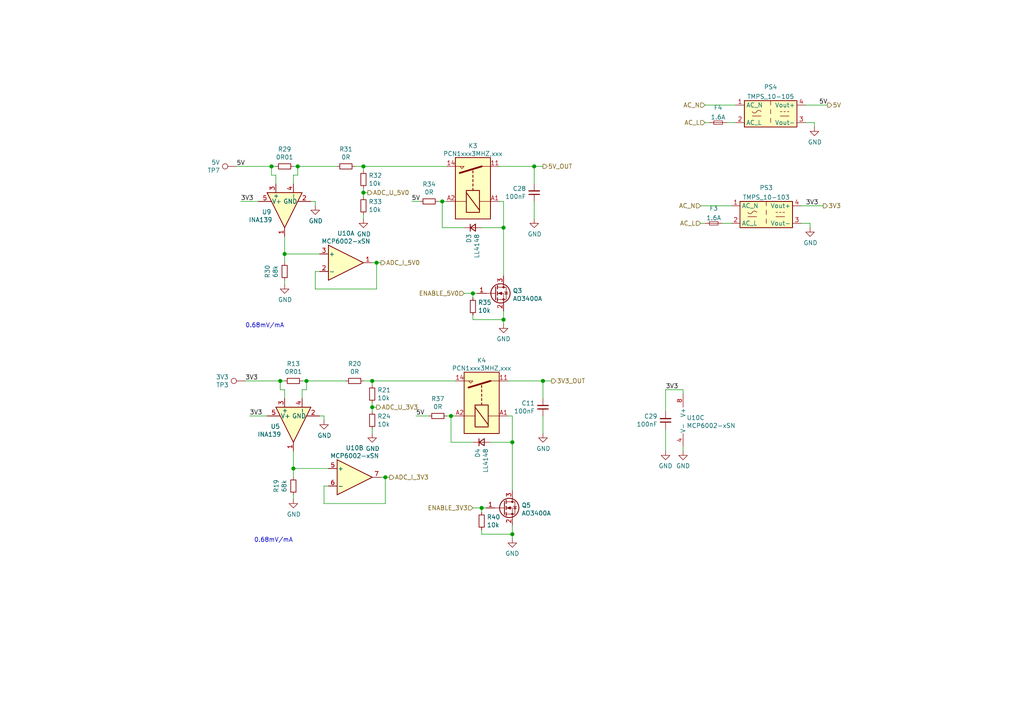
<source format=kicad_sch>
(kicad_sch (version 20211123) (generator eeschema)
  (paper "A4")
  (lib_symbols
    (symbol "Amplifier_Current:INA138" (pin_names (offset 0.127))
      (property "Reference" "U" (at 3.81 5.08 0))
      (property "Value" "INA138" (at 3.81 2.54 0))
      (symbol "INA138_0_1"
        (polyline (pts (xy -5.08 5.08) (xy 5.08 0) (xy -5.08 -5.08) (xy -5.08 5.08)) (stroke (width 0.254)) (fill (type background)))
      )
      (symbol "INA138_1_1"
        (pin output line (at 7.62 0 180) (length 2.54) (name "~") (number "1"))
        (pin power_in line (at -2.54 -7.62 90) (length 3.81) (name "GND") (number "2"))
        (pin input line (at -7.62 2.54 0) (length 2.54) (name "+") (number "3"))
        (pin input line (at -7.62 -2.54 0) (length 2.54) (name "-") (number "4"))
        (pin power_in line (at -2.54 7.62 270) (length 3.81) (name "V+") (number "5"))
      )
    )
    (symbol "Amplifier_Operational:MCP6002-xSN" (pin_names (offset 0.127))
      (property "Reference" "U" (at 0 5.08 0))
      (property "Value" "MCP6002-xSN" (at 0 -5.08 0))
      (symbol "MCP6002-xSN_1_1"
        (polyline (pts (xy -5.08 5.08) (xy 5.08 0) (xy -5.08 -5.08) (xy -5.08 5.08)) (stroke (width 0.254)) (fill (type background)))
        (pin output line (at 7.62 0 180) (length 2.54) (name "~") (number "1"))
        (pin input line (at -7.62 -2.54 0) (length 2.54) (name "-") (number "2"))
        (pin input line (at -7.62 2.54 0) (length 2.54) (name "+") (number "3"))
      )
      (symbol "MCP6002-xSN_2_1"
        (polyline (pts (xy -5.08 5.08) (xy 5.08 0) (xy -5.08 -5.08) (xy -5.08 5.08)) (stroke (width 0.254)) (fill (type background)))
        (pin input line (at -7.62 2.54 0) (length 2.54) (name "+") (number "5"))
        (pin input line (at -7.62 -2.54 0) (length 2.54) (name "-") (number "6"))
        (pin output line (at 7.62 0 180) (length 2.54) (name "~") (number "7"))
      )
      (symbol "MCP6002-xSN_3_1"
        (pin power_in line (at -2.54 -7.62 90) (length 3.81) (name "V-") (number "4"))
        (pin power_in line (at -2.54 7.62 270) (length 3.81) (name "V+") (number "8"))
      )
    )
    (symbol "Connector:TestPoint" (pin_numbers hide) (pin_names (offset 0.762) hide)
      (property "Reference" "TP" (at 0 6.858 0))
      (property "Value" "TestPoint" (at 0 5.08 0))
      (symbol "TestPoint_0_1"
        (circle (center 0 3.302) (radius 0.762))
      )
      (symbol "TestPoint_1_1"
        (pin passive line (at 0 0 90) (length 2.54) (name "1") (number "1"))
      )
    )
    (symbol "Device:C_Small" (pin_numbers hide) (pin_names (offset 0.254) hide)
      (property "Reference" "C" (at 0.254 1.778 0))
      (property "Value" "C_Small" (at 0.254 -2.032 0))
      (symbol "C_Small_0_1"
        (polyline (pts (xy -1.524 -0.508) (xy 1.524 -0.508)) (stroke (width 0.3302)))
        (polyline (pts (xy -1.524 0.508) (xy 1.524 0.508)) (stroke (width 0.3048)))
      )
      (symbol "C_Small_1_1"
        (pin passive line (at 0 2.54 270) (length 2.032) (name "~") (number "1"))
        (pin passive line (at 0 -2.54 90) (length 2.032) (name "~") (number "2"))
      )
    )
    (symbol "Device:D_Small" (pin_numbers hide) (pin_names (offset 0.254) hide)
      (property "Reference" "D" (at -1.27 2.032 0))
      (property "Value" "D_Small" (at -3.81 -2.032 0))
      (symbol "D_Small_0_1"
        (polyline (pts (xy -0.762 -1.016) (xy -0.762 1.016)) (stroke (width 0.254)))
        (polyline (pts (xy -0.762 0) (xy 0.762 0)))
        (polyline (pts (xy 0.762 -1.016) (xy -0.762 0) (xy 0.762 1.016) (xy 0.762 -1.016)) (stroke (width 0.254)))
      )
      (symbol "D_Small_1_1"
        (pin passive line (at -2.54 0 0) (length 1.778) (name "K") (number "1"))
        (pin passive line (at 2.54 0 180) (length 1.778) (name "A") (number "2"))
      )
    )
    (symbol "Device:Fuse_Small" (pin_numbers hide) (pin_names (offset 0.254) hide)
      (property "Reference" "F" (at 0 -1.524 0))
      (property "Value" "Fuse_Small" (at 0 1.524 0))
      (symbol "Fuse_Small_0_1"
        (rectangle (start -1.27 0.508) (end 1.27 -0.508))
        (polyline (pts (xy -1.27 0) (xy 1.27 0)))
      )
      (symbol "Fuse_Small_1_1"
        (pin passive line (at -2.54 0 0) (length 1.27) (name "~") (number "1"))
        (pin passive line (at 2.54 0 180) (length 1.27) (name "~") (number "2"))
      )
    )
    (symbol "Device:Q_NMOS_GSD" (pin_names (offset 0) hide)
      (property "Reference" "Q" (at 5.08 1.27 0))
      (property "Value" "Q_NMOS_GSD" (at 5.08 -1.27 0))
      (symbol "Q_NMOS_GSD_0_1"
        (polyline (pts (xy 0.254 0) (xy -2.54 0)))
        (polyline (pts (xy 0.254 1.905) (xy 0.254 -1.905)) (stroke (width 0.254)))
        (polyline (pts (xy 0.762 -1.27) (xy 0.762 -2.286)) (stroke (width 0.254)))
        (polyline (pts (xy 0.762 0.508) (xy 0.762 -0.508)) (stroke (width 0.254)))
        (polyline (pts (xy 0.762 2.286) (xy 0.762 1.27)) (stroke (width 0.254)))
        (polyline (pts (xy 2.54 2.54) (xy 2.54 1.778)))
        (polyline (pts (xy 2.54 -2.54) (xy 2.54 0) (xy 0.762 0)))
        (polyline (pts (xy 0.762 -1.778) (xy 3.302 -1.778) (xy 3.302 1.778) (xy 0.762 1.778)))
        (polyline (pts (xy 1.016 0) (xy 2.032 0.381) (xy 2.032 -0.381) (xy 1.016 0)) (fill (type outline)))
        (polyline (pts (xy 2.794 0.508) (xy 2.921 0.381) (xy 3.683 0.381) (xy 3.81 0.254)))
        (polyline (pts (xy 3.302 0.381) (xy 2.921 -0.254) (xy 3.683 -0.254) (xy 3.302 0.381)))
        (circle (center 1.651 0) (radius 2.794) (stroke (width 0.254)))
        (circle (center 2.54 -1.778) (radius 0.254) (fill (type outline)))
        (circle (center 2.54 1.778) (radius 0.254) (fill (type outline)))
      )
      (symbol "Q_NMOS_GSD_1_1"
        (pin input line (at -5.08 0 0) (length 2.54) (name "G") (number "1"))
        (pin passive line (at 2.54 -5.08 90) (length 2.54) (name "S") (number "2"))
        (pin passive line (at 2.54 5.08 270) (length 2.54) (name "D") (number "3"))
      )
    )
    (symbol "Device:R_Small" (pin_numbers hide) (pin_names (offset 0.254) hide)
      (property "Reference" "R" (at 0.762 0.508 0))
      (property "Value" "R_Small" (at 0.762 -1.016 0))
      (symbol "R_Small_0_1"
        (rectangle (start -0.762 1.778) (end 0.762 -1.778) (stroke (width 0.2032)))
      )
      (symbol "R_Small_1_1"
        (pin passive line (at 0 2.54 270) (length 0.762) (name "~") (number "1"))
        (pin passive line (at 0 -2.54 90) (length 0.762) (name "~") (number "2"))
      )
    )
    (symbol "power:GND" (power) (pin_names (offset 0))
      (property "Value" "GND" (at 0 -3.81 0))
      (symbol "GND_0_1"
        (polyline (pts (xy 0 0) (xy 0 -1.27) (xy 1.27 -1.27) (xy 0 -2.54) (xy -1.27 -1.27) (xy 0 -1.27)))
      )
      (symbol "GND_1_1"
        (pin power_in line (at 0 0 270) (length 0) hide (name "GND") (number "1"))
      )
    )
    (symbol "twam-Misc:PCN1xxx3MHZ,xxx"
      (property "Reference" "K" (at 8.89 3.81 0))
      (property "Value" "PCN1xxx3MHZ,xxx" (at 8.89 1.27 0))
      (symbol "PCN1xxx3MHZ,xxx_0_0"
        (polyline (pts (xy 5.08 5.08) (xy 5.08 2.54) (xy 4.445 3.175) (xy 5.08 3.81)))
      )
      (symbol "PCN1xxx3MHZ,xxx_0_1"
        (rectangle (start -10.16 5.08) (end 7.62 -5.08) (stroke (width 0.254)) (fill (type background)))
        (rectangle (start -8.255 1.905) (end -1.905 -1.905) (stroke (width 0.254)))
        (polyline (pts (xy -7.62 -1.905) (xy -2.54 1.905)) (stroke (width 0.254)))
        (polyline (pts (xy -5.08 -5.08) (xy -5.08 -1.905)))
        (polyline (pts (xy -5.08 5.08) (xy -5.08 1.905)))
        (polyline (pts (xy -1.905 0) (xy -1.27 0)) (stroke (width 0.254)))
        (polyline (pts (xy -0.635 0) (xy 0 0)) (stroke (width 0.254)))
        (polyline (pts (xy 0.635 0) (xy 1.27 0)) (stroke (width 0.254)))
        (polyline (pts (xy 1.905 0) (xy 2.54 0)) (stroke (width 0.254)))
        (polyline (pts (xy 3.175 0) (xy 3.81 0)) (stroke (width 0.254)))
        (polyline (pts (xy 5.08 -2.54) (xy 3.175 3.81)) (stroke (width 0.508)))
        (polyline (pts (xy 5.08 -2.54) (xy 5.08 -5.08)))
      )
      (symbol "PCN1xxx3MHZ,xxx_1_1"
        (pin passive line (at 5.08 -7.62 90) (length 2.54) (name "~") (number "11"))
        (pin passive line (at 5.08 7.62 270) (length 2.54) (name "~") (number "14"))
        (pin passive line (at -5.08 -7.62 90) (length 2.54) (name "~") (number "A1"))
        (pin passive line (at -5.08 7.62 270) (length 2.54) (name "~") (number "A2"))
      )
    )
    (symbol "twam-Misc:TMPS_10-xxx"
      (property "Reference" "PS" (at 0 5.08 0))
      (property "Value" "TMPS_10-xxx" (at 0 -5.08 0))
      (symbol "TMPS_10-xxx_0_1"
        (rectangle (start -7.62 3.81) (end 7.62 -3.81) (stroke (width 0.254)) (fill (type background)))
        (arc (start -5.334 0.635) (mid -4.699 0.2495) (end -4.064 0.635))
        (arc (start -2.794 0.635) (mid -3.429 1.0072) (end -4.064 0.635))
        (polyline (pts (xy -5.334 -0.635) (xy -2.794 -0.635)))
        (polyline (pts (xy 2.794 -0.635) (xy 5.334 -0.635)))
        (polyline (pts (xy 2.794 0.635) (xy 3.302 0.635)))
        (polyline (pts (xy 3.81 0.635) (xy 4.318 0.635)))
        (polyline (pts (xy 4.826 0.635) (xy 5.334 0.635)))
      )
      (symbol "TMPS_10-xxx_1_1"
        (polyline (pts (xy 0 -1.27) (xy 0 -2.54)))
        (polyline (pts (xy 0 1.27) (xy 0 0)))
        (polyline (pts (xy 0 3.81) (xy 0 2.54)))
        (pin power_in line (at -10.16 2.54 0) (length 2.54) (name "AC_N") (number "1"))
        (pin power_in line (at -10.16 -2.54 0) (length 2.54) (name "AC_L") (number "2"))
        (pin power_out line (at 10.16 -2.54 180) (length 2.54) (name "Vout-") (number "3"))
        (pin power_out line (at 10.16 2.54 180) (length 2.54) (name "Vout+") (number "4"))
      )
    )
  )
  (junction (at 81.28 110.49) (diameter 1.016))
  (junction (at 128.27 58.42) (diameter 1.016))
  (junction (at 148.59 154.94) (diameter 1.016))
  (junction (at 154.94 48.26) (diameter 1.016))
  (junction (at 146.05 66.04) (diameter 1.016))
  (junction (at 157.48 110.49) (diameter 1.016))
  (junction (at 107.95 118.11) (diameter 1.016))
  (junction (at 85.09 135.89) (diameter 1.016))
  (junction (at 146.05 92.71) (diameter 1.016))
  (junction (at 105.41 48.26) (diameter 1.016))
  (junction (at 82.55 73.66) (diameter 1.016))
  (junction (at 148.59 128.27) (diameter 1.016))
  (junction (at 105.41 55.88) (diameter 1.016))
  (junction (at 88.9 110.49) (diameter 1.016))
  (junction (at 78.74 48.26) (diameter 1.016))
  (junction (at 111.76 138.43) (diameter 1.016))
  (junction (at 130.81 120.65) (diameter 1.016))
  (junction (at 137.16 85.09) (diameter 1.016))
  (junction (at 107.95 110.49) (diameter 1.016))
  (junction (at 86.36 48.26) (diameter 1.016))
  (junction (at 109.22 76.2) (diameter 1.016))
  (junction (at 139.7 147.32) (diameter 1.016))
  (wire (pts (xy 148.59 128.27) (xy 148.59 142.24)))
  (wire (pts (xy 72.39 120.65) (xy 77.47 120.65)))
  (wire (pts (xy 87.63 110.49) (xy 88.9 110.49)))
  (wire (pts (xy 111.76 138.43) (xy 110.49 138.43)))
  (wire (pts (xy 137.16 147.32) (xy 139.7 147.32)))
  (wire (pts (xy 107.95 118.11) (xy 109.22 118.11)))
  (wire (pts (xy 139.7 153.67) (xy 139.7 154.94)))
  (wire (pts (xy 146.05 66.04) (xy 139.7 66.04)))
  (wire (pts (xy 157.48 120.65) (xy 157.48 125.73)))
  (wire (pts (xy 105.41 55.88) (xy 106.68 55.88)))
  (wire (pts (xy 93.98 121.92) (xy 93.98 120.65)))
  (wire (pts (xy 129.54 120.65) (xy 130.81 120.65)))
  (wire (pts (xy 88.9 110.49) (xy 88.9 113.03)))
  (wire (pts (xy 209.55 64.77) (xy 212.09 64.77)))
  (wire (pts (xy 85.09 50.8) (xy 86.36 50.8)))
  (wire (pts (xy 85.09 53.34) (xy 85.09 50.8)))
  (wire (pts (xy 82.55 81.28) (xy 82.55 82.55)))
  (wire (pts (xy 85.09 130.81) (xy 85.09 135.89)))
  (wire (pts (xy 105.41 48.26) (xy 105.41 49.53)))
  (wire (pts (xy 85.09 135.89) (xy 95.25 135.89)))
  (wire (pts (xy 107.95 118.11) (xy 107.95 119.38)))
  (wire (pts (xy 107.95 124.46) (xy 107.95 125.73)))
  (wire (pts (xy 105.41 54.61) (xy 105.41 55.88)))
  (wire (pts (xy 232.41 64.77) (xy 234.95 64.77)))
  (wire (pts (xy 130.81 120.65) (xy 130.81 128.27)))
  (wire (pts (xy 203.2 59.69) (xy 212.09 59.69)))
  (wire (pts (xy 105.41 55.88) (xy 105.41 57.15)))
  (wire (pts (xy 105.41 48.26) (xy 129.54 48.26)))
  (wire (pts (xy 154.94 48.26) (xy 157.48 48.26)))
  (wire (pts (xy 107.95 110.49) (xy 132.08 110.49)))
  (wire (pts (xy 154.94 48.26) (xy 154.94 53.34)))
  (wire (pts (xy 204.47 35.56) (xy 205.74 35.56)))
  (wire (pts (xy 107.95 116.84) (xy 107.95 118.11)))
  (wire (pts (xy 78.74 48.26) (xy 78.74 50.8)))
  (wire (pts (xy 78.74 50.8) (xy 80.01 50.8)))
  (wire (pts (xy 80.01 50.8) (xy 80.01 53.34)))
  (wire (pts (xy 105.41 62.23) (xy 105.41 63.5)))
  (wire (pts (xy 137.16 85.09) (xy 138.43 85.09)))
  (wire (pts (xy 146.05 92.71) (xy 146.05 93.98)))
  (wire (pts (xy 81.28 113.03) (xy 82.55 113.03)))
  (wire (pts (xy 139.7 147.32) (xy 140.97 147.32)))
  (wire (pts (xy 127 58.42) (xy 128.27 58.42)))
  (wire (pts (xy 85.09 143.51) (xy 85.09 144.78)))
  (wire (pts (xy 233.68 30.48) (xy 240.03 30.48)))
  (wire (pts (xy 130.81 128.27) (xy 137.16 128.27)))
  (wire (pts (xy 82.55 113.03) (xy 82.55 115.57)))
  (wire (pts (xy 111.76 146.05) (xy 111.76 138.43)))
  (wire (pts (xy 120.65 120.65) (xy 124.46 120.65)))
  (wire (pts (xy 92.71 78.74) (xy 91.44 78.74)))
  (wire (pts (xy 82.55 73.66) (xy 92.71 73.66)))
  (wire (pts (xy 137.16 91.44) (xy 137.16 92.71)))
  (wire (pts (xy 107.95 110.49) (xy 107.95 111.76)))
  (wire (pts (xy 93.98 146.05) (xy 111.76 146.05)))
  (wire (pts (xy 86.36 48.26) (xy 86.36 50.8)))
  (wire (pts (xy 233.68 35.56) (xy 236.22 35.56)))
  (wire (pts (xy 157.48 110.49) (xy 157.48 115.57)))
  (wire (pts (xy 146.05 90.17) (xy 146.05 92.71)))
  (wire (pts (xy 82.55 68.58) (xy 82.55 73.66)))
  (wire (pts (xy 82.55 73.66) (xy 82.55 76.2)))
  (wire (pts (xy 105.41 110.49) (xy 107.95 110.49)))
  (wire (pts (xy 129.54 58.42) (xy 128.27 58.42)))
  (wire (pts (xy 95.25 140.97) (xy 93.98 140.97)))
  (wire (pts (xy 232.41 59.69) (xy 238.76 59.69)))
  (wire (pts (xy 102.87 48.26) (xy 105.41 48.26)))
  (wire (pts (xy 137.16 86.36) (xy 137.16 85.09)))
  (wire (pts (xy 148.59 152.4) (xy 148.59 154.94)))
  (wire (pts (xy 157.48 110.49) (xy 160.02 110.49)))
  (wire (pts (xy 87.63 115.57) (xy 87.63 113.03)))
  (wire (pts (xy 90.17 58.42) (xy 91.44 58.42)))
  (wire (pts (xy 91.44 59.69) (xy 91.44 58.42)))
  (wire (pts (xy 193.04 124.46) (xy 193.04 130.81)))
  (wire (pts (xy 198.12 129.54) (xy 198.12 130.81)))
  (wire (pts (xy 128.27 58.42) (xy 128.27 66.04)))
  (wire (pts (xy 88.9 110.49) (xy 100.33 110.49)))
  (wire (pts (xy 213.36 30.48) (xy 204.47 30.48)))
  (wire (pts (xy 139.7 148.59) (xy 139.7 147.32)))
  (wire (pts (xy 193.04 119.38) (xy 193.04 113.03)))
  (wire (pts (xy 134.62 85.09) (xy 137.16 85.09)))
  (wire (pts (xy 92.71 120.65) (xy 93.98 120.65)))
  (wire (pts (xy 193.04 113.03) (xy 198.12 113.03)))
  (wire (pts (xy 210.82 35.56) (xy 213.36 35.56)))
  (wire (pts (xy 91.44 78.74) (xy 91.44 83.82)))
  (wire (pts (xy 91.44 83.82) (xy 109.22 83.82)))
  (wire (pts (xy 109.22 83.82) (xy 109.22 76.2)))
  (wire (pts (xy 68.58 48.26) (xy 78.74 48.26)))
  (wire (pts (xy 78.74 48.26) (xy 80.01 48.26)))
  (wire (pts (xy 148.59 154.94) (xy 148.59 156.21)))
  (wire (pts (xy 148.59 128.27) (xy 142.24 128.27)))
  (wire (pts (xy 81.28 110.49) (xy 81.28 113.03)))
  (wire (pts (xy 111.76 138.43) (xy 113.03 138.43)))
  (wire (pts (xy 87.63 113.03) (xy 88.9 113.03)))
  (wire (pts (xy 144.78 48.26) (xy 154.94 48.26)))
  (wire (pts (xy 119.38 58.42) (xy 121.92 58.42)))
  (wire (pts (xy 85.09 135.89) (xy 85.09 138.43)))
  (wire (pts (xy 146.05 58.42) (xy 146.05 66.04)))
  (wire (pts (xy 139.7 154.94) (xy 148.59 154.94)))
  (wire (pts (xy 147.32 110.49) (xy 157.48 110.49)))
  (wire (pts (xy 128.27 66.04) (xy 134.62 66.04)))
  (wire (pts (xy 81.28 110.49) (xy 82.55 110.49)))
  (wire (pts (xy 144.78 58.42) (xy 146.05 58.42)))
  (wire (pts (xy 71.12 110.49) (xy 81.28 110.49)))
  (wire (pts (xy 234.95 64.77) (xy 234.95 66.04)))
  (wire (pts (xy 137.16 92.71) (xy 146.05 92.71)))
  (wire (pts (xy 109.22 76.2) (xy 110.49 76.2)))
  (wire (pts (xy 236.22 35.56) (xy 236.22 36.83)))
  (wire (pts (xy 93.98 140.97) (xy 93.98 146.05)))
  (wire (pts (xy 154.94 58.42) (xy 154.94 63.5)))
  (wire (pts (xy 198.12 113.03) (xy 198.12 114.3)))
  (wire (pts (xy 132.08 120.65) (xy 130.81 120.65)))
  (wire (pts (xy 85.09 48.26) (xy 86.36 48.26)))
  (wire (pts (xy 86.36 48.26) (xy 97.79 48.26)))
  (wire (pts (xy 69.85 58.42) (xy 74.93 58.42)))
  (wire (pts (xy 148.59 120.65) (xy 148.59 128.27)))
  (wire (pts (xy 146.05 66.04) (xy 146.05 80.01)))
  (wire (pts (xy 203.2 64.77) (xy 204.47 64.77)))
  (wire (pts (xy 147.32 120.65) (xy 148.59 120.65)))
  (wire (pts (xy 109.22 76.2) (xy 107.95 76.2)))
  (text "0.68mV/mA" (at 71.12 95.25 0) (effects (font (size 1.27 1.27)) (justify left bottom)))
  (text "0.68mV/mA" (at 73.66 157.48 0) (effects (font (size 1.27 1.27)) (justify left bottom)))
  (label "5V" (at 120.65 120.65 0))
  (label "5V" (at 119.38 58.42 0))
  (label "5V" (at 240.03 30.48 180))
  (label "5V" (at 68.58 48.26 0))
  (label "3V3" (at 71.12 110.49 0))
  (label "3V3" (at 72.39 120.65 0))
  (label "3V3" (at 193.04 113.03 0))
  (label "3V3" (at 233.68 59.69 0))
  (label "3V3" (at 69.85 58.42 0))
  (hierarchical_label "AC_N" (shape input) (at 203.2 59.69 180))
  (hierarchical_label "5V_OUT" (shape output) (at 157.48 48.26 0))
  (hierarchical_label "AC_N" (shape input) (at 204.47 30.48 180))
  (hierarchical_label "ENABLE_3V3" (shape input) (at 137.16 147.32 180))
  (hierarchical_label "ADC_U_3V3" (shape output) (at 109.22 118.11 0))
  (hierarchical_label "5V" (shape output) (at 240.03 30.48 0))
  (hierarchical_label "3V3" (shape output) (at 238.76 59.69 0))
  (hierarchical_label "ADC_U_5V0" (shape output) (at 106.68 55.88 0))
  (hierarchical_label "ADC_I_3V3" (shape output) (at 113.03 138.43 0))
  (hierarchical_label "ENABLE_5V0" (shape input) (at 134.62 85.09 180))
  (hierarchical_label "AC_L" (shape input) (at 203.2 64.77 180))
  (hierarchical_label "ADC_I_5V0" (shape output) (at 110.49 76.2 0))
  (hierarchical_label "3V3_OUT" (shape output) (at 160.02 110.49 0))
  (hierarchical_label "AC_L" (shape input) (at 204.47 35.56 180))
  (symbol (lib_id "power:GND") (at 93.98 121.92 0) (unit 1)
    (property "Reference" "#PWR0149" (effects hide))
    (property "Value" "GND" (at 94.107 126.3142 0))
  )
  (symbol (lib_id "power:GND") (at 85.09 144.78 0) (unit 1)
    (property "Reference" "#PWR0164" (effects hide))
    (property "Value" "GND" (at 85.217 149.1742 0))
  )
  (symbol (lib_id "power:GND") (at 107.95 125.73 0) (unit 1)
    (property "Reference" "#PWR0150" (effects hide))
    (property "Value" "GND" (at 108.077 130.1242 0))
  )
  (symbol (lib_id "Amplifier_Current:INA138") (at 82.55 60.96 90) (mirror x) (unit 1)
    (property "Reference" "U9" (at 75.9461 61.4691 90) (effects (justify right)))
    (property "Value" "INA139" (at 72.1361 63.7678 90) (effects (justify right)))
    (property "Footprint" "Package_TO_SOT_SMD:SOT-23-5" (effects hide))
    (property "Datasheet" "http://www.ti.com/lit/ds/symlink/ina138.pdf" (effects hide))
    (property "LCSC" "C129947" (effects hide))
  )
  (symbol (lib_id "Device:R_Small") (at 82.55 48.26 270) (unit 1)
    (property "Reference" "R29" (at 82.55 43.2816 90))
    (property "Value" "0R01" (at 82.55 45.593 90))
    (property "Footprint" "Resistor_SMD:R_1206_3216Metric" (effects hide))
    (property "LCSC" "C308574" (effects hide))
  )
  (symbol (lib_id "Device:R_Small") (at 82.55 78.74 0) (unit 1)
    (property "Reference" "R30" (at 77.5716 78.74 90))
    (property "Value" "68k" (at 79.883 78.74 90))
    (property "Footprint" "Resistor_SMD:R_0603_1608Metric" (effects hide))
    (property "LCSC" "C23231" (effects hide))
  )
  (symbol (lib_id "twam-Misc:TMPS_10-xxx") (at 222.25 62.23 0) (unit 1)
    (property "Reference" "PS3" (at 222.25 54.4535 0))
    (property "Value" "TMPS_10-103" (at 222.25 57.2286 0))
    (property "Footprint" "twam-Misc:Converter_ACDC_TRACO_TMPS_10-xxx" (effects hide))
  )
  (symbol (lib_id "Amplifier_Operational:MCP6002-xSN") (at 102.87 138.43 0) (unit 2)
    (property "Reference" "U10" (at 102.87 129.9168 0))
    (property "Value" "MCP6002-xSN" (at 102.87 132.2155 0))
    (property "Footprint" "Package_SO:SOIC-8_3.9x4.9mm_P1.27mm" (effects hide))
    (property "Datasheet" "http://ww1.microchip.com/downloads/en/DeviceDoc/21733j.pdf" (effects hide))
  )
  (symbol (lib_id "Device:D_Small") (at 137.16 66.04 0) (mirror x) (unit 1)
    (property "Reference" "D3" (at 135.9916 67.818 90) (effects (justify left)))
    (property "Value" "LL4148" (at 138.303 67.818 90) (effects (justify left)))
    (property "Footprint" "Diode_SMD:D_MiniMELF" (effects hide))
    (property "LCSC" "C9808" (effects hide))
  )
  (symbol (lib_id "Device:R_Small") (at 107.95 114.3 0) (unit 1)
    (property "Reference" "R21" (at 109.4486 113.1316 0) (effects (justify left)))
    (property "Value" "10k" (at 109.4486 115.443 0) (effects (justify left)))
    (property "Footprint" "Resistor_SMD:R_0603_1608Metric" (effects hide))
    (property "LCSC" "C25804" (effects hide))
  )
  (symbol (lib_id "Device:R_Small") (at 107.95 121.92 0) (unit 1)
    (property "Reference" "R24" (at 109.4486 120.7516 0) (effects (justify left)))
    (property "Value" "10k" (at 109.4486 123.063 0) (effects (justify left)))
    (property "Footprint" "Resistor_SMD:R_0603_1608Metric" (effects hide))
    (property "LCSC" "C25804" (effects hide))
  )
  (symbol (lib_id "power:GND") (at 105.41 63.5 0) (unit 1)
    (property "Reference" "#PWR0156" (effects hide))
    (property "Value" "GND" (at 105.537 67.8942 0))
  )
  (symbol (lib_id "Device:Q_NMOS_GSD") (at 146.05 147.32 0) (unit 1)
    (property "Reference" "Q5" (at 151.2571 146.5591 0) (effects (justify left)))
    (property "Value" "AO3400A" (at 151.2571 148.8578 0) (effects (justify left)))
    (property "Footprint" "Package_TO_SOT_SMD:TSOT-23" (effects hide))
    (property "LCSC" "C20917" (effects hide))
  )
  (symbol (lib_id "Device:Fuse_Small") (at 208.28 35.56 0) (unit 1)
    (property "Reference" "F4" (at 208.28 31.2125 0))
    (property "Value" "1.6A" (at 208.28 33.9876 0))
    (property "Footprint" "Fuse:Fuseholder_Cylinder-5x20mm_Schurter_0031_8201_Horizontal_Open" (effects hide))
  )
  (symbol (lib_id "Device:C_Small") (at 157.48 118.11 0) (mirror x) (unit 1)
    (property "Reference" "C11" (at 155.1432 116.9416 0) (effects (justify right)))
    (property "Value" "100nF" (at 155.1432 119.253 0) (effects (justify right)))
    (property "Footprint" "Capacitor_SMD:C_0603_1608Metric" (effects hide))
    (property "LCSC" "C14663" (effects hide))
  )
  (symbol (lib_id "Device:R_Small") (at 85.09 110.49 270) (unit 1)
    (property "Reference" "R13" (at 85.09 105.5116 90))
    (property "Value" "0R01" (at 85.09 107.823 90))
    (property "Footprint" "Resistor_SMD:R_1206_3216Metric" (effects hide))
    (property "LCSC" "C308574" (effects hide))
  )
  (symbol (lib_id "Device:R_Small") (at 124.46 58.42 270) (unit 1)
    (property "Reference" "R34" (at 124.46 53.4416 90))
    (property "Value" "0R" (at 124.46 55.753 90))
    (property "Footprint" "Resistor_SMD:R_0805_2012Metric" (effects hide))
    (property "LCSC" "C17477" (effects hide))
  )
  (symbol (lib_id "power:GND") (at 198.12 130.81 0) (unit 1)
    (property "Reference" "#PWR0162" (effects hide))
    (property "Value" "GND" (at 198.12 135.1344 0))
  )
  (symbol (lib_id "Device:R_Small") (at 137.16 88.9 0) (unit 1)
    (property "Reference" "R35" (at 138.6586 87.7316 0) (effects (justify left)))
    (property "Value" "10k" (at 138.6586 90.043 0) (effects (justify left)))
    (property "Footprint" "Resistor_SMD:R_0603_1608Metric" (effects hide))
    (property "LCSC" "C25804" (effects hide))
  )
  (symbol (lib_id "Device:R_Small") (at 105.41 52.07 0) (unit 1)
    (property "Reference" "R32" (at 106.9086 50.9016 0) (effects (justify left)))
    (property "Value" "10k" (at 106.9086 53.213 0) (effects (justify left)))
    (property "Footprint" "Resistor_SMD:R_0603_1608Metric" (effects hide))
    (property "LCSC" "C25804" (effects hide))
  )
  (symbol (lib_id "power:GND") (at 146.05 93.98 0) (unit 1)
    (property "Reference" "#PWR0163" (effects hide))
    (property "Value" "GND" (at 146.05 98.3044 0))
  )
  (symbol (lib_id "Device:R_Small") (at 102.87 110.49 270) (unit 1)
    (property "Reference" "R20" (at 102.87 105.5116 90))
    (property "Value" "0R" (at 102.87 107.823 90))
    (property "Footprint" "Resistor_SMD:R_0805_2012Metric" (effects hide))
    (property "LCSC" "C17477" (effects hide))
  )
  (symbol (lib_id "power:GND") (at 154.94 63.5 0) (unit 1)
    (property "Reference" "#PWR0153" (effects hide))
    (property "Value" "GND" (at 155.067 67.8942 0))
  )
  (symbol (lib_id "Device:R_Small") (at 139.7 151.13 0) (unit 1)
    (property "Reference" "R40" (at 141.1986 149.9616 0) (effects (justify left)))
    (property "Value" "10k" (at 141.1986 152.273 0) (effects (justify left)))
    (property "Footprint" "Resistor_SMD:R_0603_1608Metric" (effects hide))
    (property "LCSC" "C25804" (effects hide))
  )
  (symbol (lib_id "Device:Q_NMOS_GSD") (at 143.51 85.09 0) (unit 1)
    (property "Reference" "Q3" (at 148.7171 84.3291 0) (effects (justify left)))
    (property "Value" "AO3400A" (at 148.7171 86.6278 0) (effects (justify left)))
    (property "Footprint" "Package_TO_SOT_SMD:TSOT-23" (effects hide))
    (property "LCSC" "C20917" (effects hide))
  )
  (symbol (lib_id "Device:R_Small") (at 85.09 140.97 0) (unit 1)
    (property "Reference" "R19" (at 80.1116 140.97 90))
    (property "Value" "68k" (at 82.423 140.97 90))
    (property "Footprint" "Resistor_SMD:R_0603_1608Metric" (effects hide))
    (property "LCSC" "C23231" (effects hide))
  )
  (symbol (lib_id "power:GND") (at 91.44 59.69 0) (unit 1)
    (property "Reference" "#PWR0159" (effects hide))
    (property "Value" "GND" (at 91.567 64.0842 0))
  )
  (symbol (lib_id "twam-Misc:PCN1xxx3MHZ,xxx") (at 137.16 53.34 90) (unit 1)
    (property "Reference" "K3" (at 137.16 42.2868 90))
    (property "Value" "PCN1xxx3MHZ,xxx" (at 137.16 44.5855 90))
    (property "Footprint" "twam-Misc:PCN1xxx3MHZ,xxx" (effects hide))
  )
  (symbol (lib_id "twam-Misc:TMPS_10-xxx") (at 223.52 33.02 0) (unit 1)
    (property "Reference" "PS4" (at 223.52 25.2435 0))
    (property "Value" "TMPS_10-105" (at 223.52 28.0186 0))
    (property "Footprint" "twam-Misc:Converter_ACDC_TRACO_TMPS_10-xxx" (effects hide))
  )
  (symbol (lib_id "Device:R_Small") (at 105.41 59.69 0) (unit 1)
    (property "Reference" "R33" (at 106.9086 58.5216 0) (effects (justify left)))
    (property "Value" "10k" (at 106.9086 60.833 0) (effects (justify left)))
    (property "Footprint" "Resistor_SMD:R_0603_1608Metric" (effects hide))
    (property "LCSC" "C25804" (effects hide))
  )
  (symbol (lib_id "power:GND") (at 236.22 36.83 0) (unit 1)
    (property "Reference" "#PWR0147" (effects hide))
    (property "Value" "GND" (at 236.347 41.2242 0))
  )
  (symbol (lib_id "Device:Fuse_Small") (at 207.01 64.77 0) (unit 1)
    (property "Reference" "F3" (at 207.01 60.4225 0))
    (property "Value" "1.6A" (at 207.01 63.1976 0))
    (property "Footprint" "Fuse:Fuseholder_Cylinder-5x20mm_Schurter_0031_8201_Horizontal_Open" (effects hide))
  )
  (symbol (lib_id "Device:R_Small") (at 100.33 48.26 270) (unit 1)
    (property "Reference" "R31" (at 100.33 43.2816 90))
    (property "Value" "0R" (at 100.33 45.593 90))
    (property "Footprint" "Resistor_SMD:R_0805_2012Metric" (effects hide))
    (property "LCSC" "C17477" (effects hide))
  )
  (symbol (lib_id "Amplifier_Current:INA138") (at 85.09 123.19 90) (mirror x) (unit 1)
    (property "Reference" "U5" (at 78.4861 123.6991 90) (effects (justify right)))
    (property "Value" "INA139" (at 74.6761 125.9978 90) (effects (justify right)))
    (property "Footprint" "Package_TO_SOT_SMD:SOT-23-5" (effects hide))
    (property "Datasheet" "http://www.ti.com/lit/ds/symlink/ina138.pdf" (effects hide))
    (property "LCSC" "C129947" (effects hide))
  )
  (symbol (lib_id "Device:C_Small") (at 193.04 121.92 0) (mirror x) (unit 1)
    (property "Reference" "C29" (at 190.7032 120.7516 0) (effects (justify right)))
    (property "Value" "100nF" (at 190.7032 123.063 0) (effects (justify right)))
    (property "Footprint" "Capacitor_SMD:C_0603_1608Metric" (effects hide))
    (property "LCSC" "C14663" (effects hide))
  )
  (symbol (lib_id "Amplifier_Operational:MCP6002-xSN") (at 100.33 76.2 0) (unit 1)
    (property "Reference" "U10" (at 100.33 67.6868 0))
    (property "Value" "MCP6002-xSN" (at 100.33 69.9855 0))
    (property "Footprint" "Package_SO:SOIC-8_3.9x4.9mm_P1.27mm" (effects hide))
    (property "Datasheet" "http://ww1.microchip.com/downloads/en/DeviceDoc/21733j.pdf" (effects hide))
    (property "LCSC" "C7377" (effects hide))
  )
  (symbol (lib_id "Connector:TestPoint") (at 71.12 110.49 90) (unit 1)
    (property "Reference" "TP3" (at 66.3448 111.6584 90) (effects (justify left)))
    (property "Value" "3V3" (at 66.3448 109.347 90) (effects (justify left)))
    (property "Footprint" "TestPoint:TestPoint_Pad_D2.0mm" (effects hide))
  )
  (symbol (lib_id "twam-Misc:PCN1xxx3MHZ,xxx") (at 139.7 115.57 90) (unit 1)
    (property "Reference" "K4" (at 139.7 104.5168 90))
    (property "Value" "PCN1xxx3MHZ,xxx" (at 139.7 106.8155 90))
    (property "Footprint" "twam-Misc:PCN1xxx3MHZ,xxx" (effects hide))
  )
  (symbol (lib_id "Amplifier_Operational:MCP6002-xSN") (at 200.66 121.92 0) (unit 3)
    (property "Reference" "U10" (at 199.1361 121.1591 0) (effects (justify left)))
    (property "Value" "MCP6002-xSN" (at 199.1361 123.4578 0) (effects (justify left)))
    (property "Footprint" "Package_SO:SOIC-8_3.9x4.9mm_P1.27mm" (effects hide))
    (property "Datasheet" "http://ww1.microchip.com/downloads/en/DeviceDoc/21733j.pdf" (effects hide))
  )
  (symbol (lib_id "power:GND") (at 82.55 82.55 0) (unit 1)
    (property "Reference" "#PWR0160" (effects hide))
    (property "Value" "GND" (at 82.677 86.9442 0))
  )
  (symbol (lib_id "power:GND") (at 157.48 125.73 0) (unit 1)
    (property "Reference" "#PWR0166" (effects hide))
    (property "Value" "GND" (at 157.607 130.1242 0))
  )
  (symbol (lib_id "power:GND") (at 234.95 66.04 0) (unit 1)
    (property "Reference" "#PWR0148" (effects hide))
    (property "Value" "GND" (at 235.077 70.4342 0))
  )
  (symbol (lib_id "Device:C_Small") (at 154.94 55.88 0) (mirror x) (unit 1)
    (property "Reference" "C28" (at 152.6032 54.7116 0) (effects (justify right)))
    (property "Value" "100nF" (at 152.6032 57.023 0) (effects (justify right)))
    (property "Footprint" "Capacitor_SMD:C_0603_1608Metric" (effects hide))
    (property "LCSC" "C14663" (effects hide))
  )
  (symbol (lib_id "power:GND") (at 148.59 156.21 0) (unit 1)
    (property "Reference" "#PWR0165" (effects hide))
    (property "Value" "GND" (at 148.59 160.5344 0))
  )
  (symbol (lib_id "Device:R_Small") (at 127 120.65 270) (unit 1)
    (property "Reference" "R37" (at 127 115.6716 90))
    (property "Value" "0R" (at 127 117.983 90))
    (property "Footprint" "Resistor_SMD:R_0805_2012Metric" (effects hide))
    (property "LCSC" "C17477" (effects hide))
  )
  (symbol (lib_id "power:GND") (at 193.04 130.81 0) (unit 1)
    (property "Reference" "#PWR0161" (effects hide))
    (property "Value" "GND" (at 193.04 135.1344 0))
  )
  (symbol (lib_id "Device:D_Small") (at 139.7 128.27 0) (mirror x) (unit 1)
    (property "Reference" "D4" (at 138.5316 130.048 90) (effects (justify left)))
    (property "Value" "LL4148" (at 140.843 130.048 90) (effects (justify left)))
    (property "Footprint" "Diode_SMD:D_MiniMELF" (effects hide))
    (property "LCSC" "C9808" (effects hide))
  )
  (symbol (lib_id "Connector:TestPoint") (at 68.58 48.26 90) (unit 1)
    (property "Reference" "TP7" (at 63.8048 49.4284 90) (effects (justify left)))
    (property "Value" "5V" (at 63.8048 47.117 90) (effects (justify left)))
    (property "Footprint" "TestPoint:TestPoint_Pad_D2.0mm" (effects hide))
  )
)
</source>
